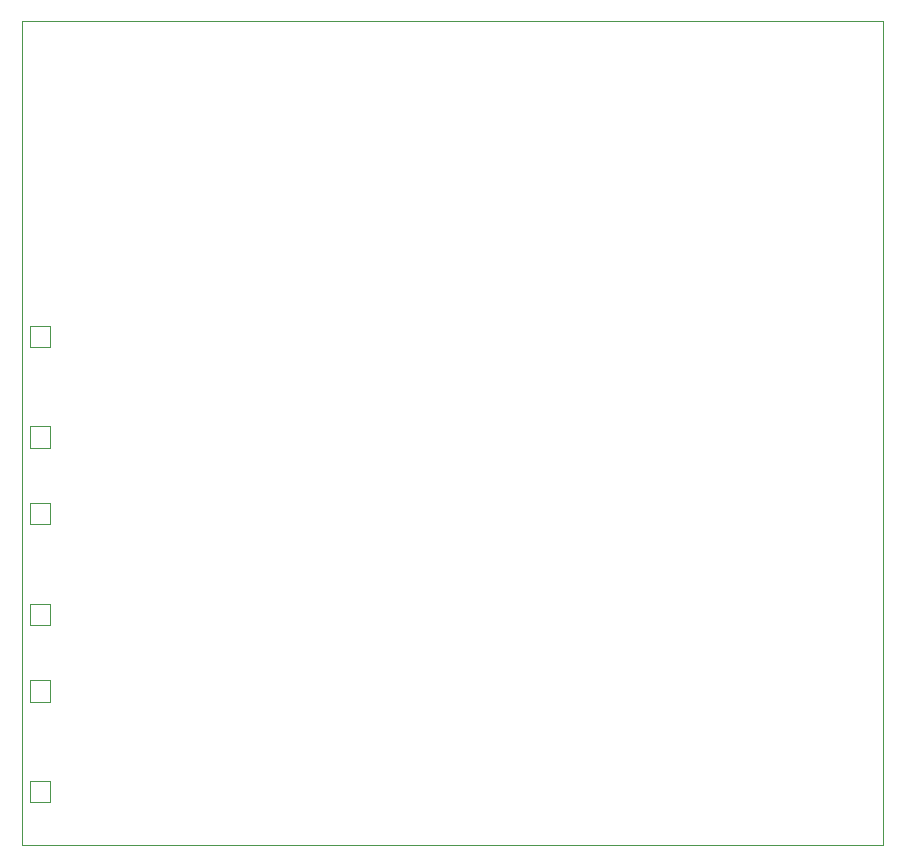
<source format=gbr>
%TF.GenerationSoftware,KiCad,Pcbnew,9.0.2*%
%TF.CreationDate,2025-07-13T19:28:41+02:00*%
%TF.ProjectId,AHD-Switch,4148442d-5377-4697-9463-682e6b696361,rev?*%
%TF.SameCoordinates,Original*%
%TF.FileFunction,Profile,NP*%
%FSLAX46Y46*%
G04 Gerber Fmt 4.6, Leading zero omitted, Abs format (unit mm)*
G04 Created by KiCad (PCBNEW 9.0.2) date 2025-07-13 19:28:41*
%MOMM*%
%LPD*%
G01*
G04 APERTURE LIST*
%TA.AperFunction,Profile*%
%ADD10C,0.050000*%
%TD*%
%TA.AperFunction,Profile*%
%ADD11C,0.010000*%
%TD*%
G04 APERTURE END LIST*
D10*
X30300000Y-78000000D02*
X103200000Y-78000000D01*
X103200000Y-147800000D01*
X30300000Y-147800000D01*
X30300000Y-78000000D01*
D11*
%TO.C,J2*%
X31000000Y-118850000D02*
X31000000Y-120650000D01*
X31000000Y-120650000D02*
X32700000Y-120650000D01*
X31000000Y-127350000D02*
X31000000Y-129150000D01*
X31000000Y-129150000D02*
X32700000Y-129150000D01*
X32700000Y-118850000D02*
X31000000Y-118850000D01*
X32700000Y-120650000D02*
X32700000Y-118850000D01*
X32700000Y-127350000D02*
X31000000Y-127350000D01*
X32700000Y-129150000D02*
X32700000Y-127350000D01*
%TO.C,J1*%
X31000000Y-103850000D02*
X31000000Y-105650000D01*
X31000000Y-105650000D02*
X32700000Y-105650000D01*
X31000000Y-112350000D02*
X31000000Y-114150000D01*
X31000000Y-114150000D02*
X32700000Y-114150000D01*
X32700000Y-103850000D02*
X31000000Y-103850000D01*
X32700000Y-105650000D02*
X32700000Y-103850000D01*
X32700000Y-112350000D02*
X31000000Y-112350000D01*
X32700000Y-114150000D02*
X32700000Y-112350000D01*
%TO.C,J3*%
X31000000Y-133850000D02*
X31000000Y-135650000D01*
X31000000Y-135650000D02*
X32700000Y-135650000D01*
X31000000Y-142350000D02*
X31000000Y-144150000D01*
X31000000Y-144150000D02*
X32700000Y-144150000D01*
X32700000Y-133850000D02*
X31000000Y-133850000D01*
X32700000Y-135650000D02*
X32700000Y-133850000D01*
X32700000Y-142350000D02*
X31000000Y-142350000D01*
X32700000Y-144150000D02*
X32700000Y-142350000D01*
%TD*%
M02*

</source>
